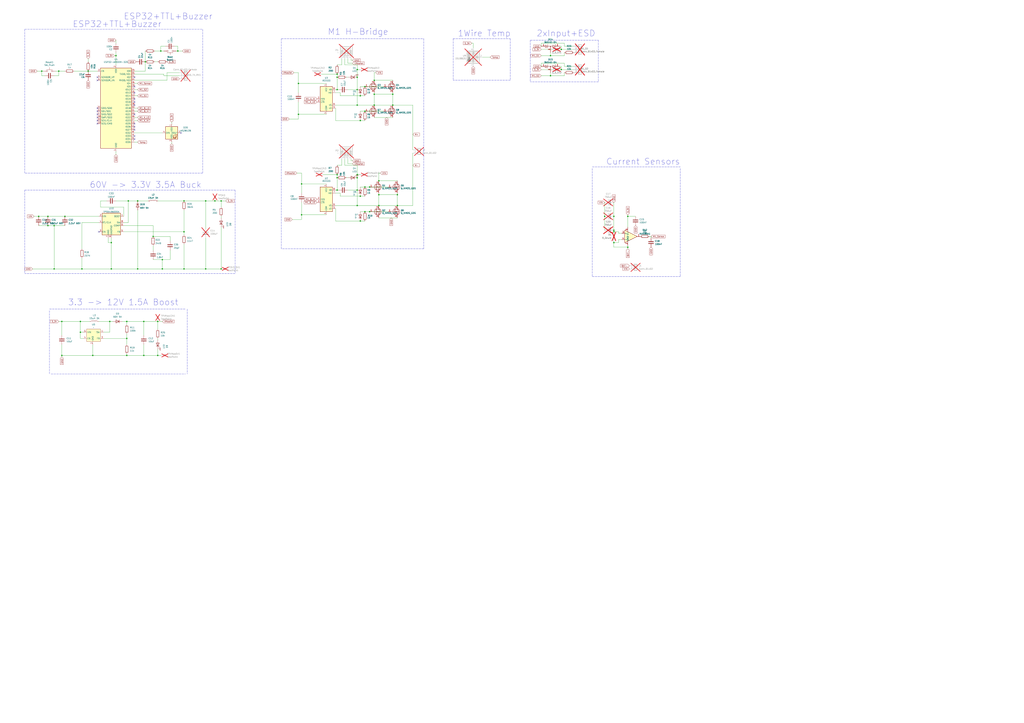
<source format=kicad_sch>
(kicad_sch (version 20231120) (generator "eeschema") (generator_version "8.0")
  (paper "A1")
  (junction (at 34.29 58.42))
  (junction (at 66.04 273.05))
  (junction (at 326.39 168.91))
  (junction (at 76.2 292.1))
  (junction (at 299.72 173.99))
  (junction (at 461.01 40.64))
  (junction (at 90.17 264.16))
  (junction (at 504.19 190.5))
  (junction (at 299.72 71.12))
  (junction (at 119.38 50.8))
  (junction (at 299.72 153.67))
  (junction (at 146.05 41.91))
  (junction (at 39.37 177.8))
  (junction (at 48.26 58.42))
  (junction (at 293.37 156.21))
  (junction (at 311.15 160.02))
  (junction (at 44.45 220.98))
  (junction (at 515.62 177.8))
  (junction (at 293.37 143.51))
  (junction (at 295.91 181.61))
  (junction (at 125.73 194.31))
  (junction (at 133.35 220.98))
  (junction (at 504.19 189.23))
  (junction (at 293.37 146.05))
  (junction (at 132.08 41.91))
  (junction (at 303.53 153.67))
  (junction (at 295.91 161.29))
  (junction (at 452.12 45.72))
  (junction (at 293.37 57.15))
  (junction (at 31.75 177.8))
  (junction (at 66.04 264.16))
  (junction (at 307.34 86.36))
  (junction (at 247.65 176.53))
  (junction (at 72.39 58.42))
  (junction (at 91.44 220.98))
  (junction (at 247.65 151.13))
  (junction (at 151.13 220.98))
  (junction (at 67.31 220.98))
  (junction (at 118.11 292.1))
  (junction (at 50.8 292.1))
  (junction (at 504.19 177.8))
  (junction (at 311.15 168.91))
  (junction (at 245.11 68.58))
  (junction (at 104.14 264.16))
  (junction (at 276.86 63.5))
  (junction (at 176.53 165.1))
  (junction (at 293.37 168.91))
  (junction (at 504.19 199.39))
  (junction (at 129.54 264.16))
  (junction (at 295.91 78.74))
  (junction (at 295.91 99.06))
  (junction (at 53.34 177.8))
  (junction (at 461.01 57.15))
  (junction (at 515.62 203.2))
  (junction (at 95.25 45.72))
  (junction (at 129.54 292.1))
  (junction (at 44.45 185.42))
  (junction (at 293.37 73.66))
  (junction (at 113.03 165.1))
  (junction (at 326.39 160.02))
  (junction (at 168.91 165.1))
  (junction (at 39.37 185.42))
  (junction (at 311.15 148.59))
  (junction (at 322.58 86.36))
  (junction (at 104.14 278.13))
  (junction (at 303.53 173.99))
  (junction (at 276.86 156.21))
  (junction (at 113.03 220.98))
  (junction (at 276.86 143.51))
  (junction (at 50.8 264.16))
  (junction (at 133.35 213.36))
  (junction (at 105.41 165.1))
  (junction (at 151.13 165.1))
  (junction (at 496.57 177.8))
  (junction (at 151.13 190.5))
  (junction (at 245.11 93.98))
  (junction (at 276.86 60.96))
  (junction (at 91.44 199.39))
  (junction (at 293.37 63.5))
  (junction (at 118.11 264.16))
  (junction (at 299.72 91.44))
  (junction (at 276.86 73.66))
  (junction (at 181.61 220.98))
  (junction (at 307.34 66.04))
  (junction (at 168.91 220.98))
  (junction (at 293.37 86.36))
  (junction (at 452.12 62.23))
  (junction (at 322.58 77.47))
  (junction (at 276.86 146.05))
  (junction (at 307.34 77.47))
  (junction (at 181.61 165.1))
  (junction (at 104.14 292.1))
  (no_connect (at 110.49 111.76))
  (no_connect (at 80.01 63.5))
  (no_connect (at 80.01 66.04))
  (no_connect (at 110.49 104.14))
  (no_connect (at 110.49 76.2))
  (no_connect (at 110.49 93.98))
  (no_connect (at 110.49 86.36))
  (no_connect (at 80.01 96.52))
  (no_connect (at 80.01 99.06))
  (no_connect (at 110.49 81.28))
  (no_connect (at 80.01 101.6))
  (no_connect (at 110.49 63.5))
  (no_connect (at 110.49 106.68))
  (no_connect (at 80.01 91.44))
  (no_connect (at 80.01 93.98))
  (no_connect (at 110.49 83.82))
  (no_connect (at 110.49 114.3))
  (no_connect (at 110.49 71.12))
  (no_connect (at 80.01 88.9))
  (no_connect (at 81.28 190.5))
  (no_connect (at 148.59 109.22))
  (no_connect (at 110.49 101.6))
  (wire (pts (xy 504.19 198.12) (xy 504.19 199.39)))
  (wire (pts (xy 181.61 165.1) (xy 181.61 170.18)))
  (wire (pts (xy 30.48 58.42) (xy 34.29 58.42)))
  (wire (pts (xy 67.31 212.09) (xy 67.31 220.98)))
  (wire (pts (xy 307.34 77.47) (xy 307.34 76.2)))
  (wire (pts (xy 88.9 195.58) (xy 88.9 199.39)))
  (polyline (pts (xy 166.37 142.24) (xy 20.32 142.24)) (stroke (width 0) (type dash)))
  (polyline (pts (xy 41.91 307.34) (xy 152.4 307.34)) (stroke (width 0) (type dash)))
  (polyline (pts (xy 153.67 254) (xy 153.67 307.34)) (stroke (width 0) (type dash)))
  (wire (pts (xy 293.37 73.66) (xy 293.37 86.36)))
  (wire (pts (xy 515.62 201.93) (xy 515.62 203.2)))
  (wire (pts (xy 275.59 99.06) (xy 275.59 88.9)))
  (wire (pts (xy 82.55 170.18) (xy 82.55 165.1)))
  (wire (pts (xy 151.13 220.98) (xy 168.91 220.98)))
  (wire (pts (xy 307.34 86.36) (xy 307.34 77.47)))
  (wire (pts (xy 461.01 54.61) (xy 461.01 57.15)))
  (wire (pts (xy 26.67 220.98) (xy 44.45 220.98)))
  (wire (pts (xy 95.25 45.72) (xy 95.25 53.34)))
  (wire (pts (xy 104.14 278.13) (xy 104.14 283.21)))
  (wire (pts (xy 118.11 283.21) (xy 118.11 292.1)))
  (wire (pts (xy 504.19 203.2) (xy 515.62 203.2)))
  (wire (pts (xy 66.04 264.16) (xy 73.66 264.16)))
  (wire (pts (xy 275.59 99.06) (xy 295.91 99.06)))
  (wire (pts (xy 147.32 59.69) (xy 137.16 59.69)))
  (wire (pts (xy 279.4 161.29) (xy 295.91 161.29)))
  (wire (pts (xy 293.37 57.15) (xy 293.37 63.5)))
  (polyline (pts (xy 491.49 33.02) (xy 491.49 67.31)) (stroke (width 0) (type dash)))
  (wire (pts (xy 36.83 62.23) (xy 34.29 62.23)))
  (wire (pts (xy 322.58 96.52) (xy 307.34 96.52)))
  (wire (pts (xy 339.09 168.91) (xy 339.09 125.73)))
  (wire (pts (xy 76.2 283.21) (xy 76.2 292.1)))
  (wire (pts (xy 237.49 97.79) (xy 245.11 97.79)))
  (wire (pts (xy 463.55 35.56) (xy 463.55 38.1)))
  (wire (pts (xy 326.39 168.91) (xy 339.09 168.91)))
  (wire (pts (xy 85.09 278.13) (xy 104.14 278.13)))
  (wire (pts (xy 387.35 35.56) (xy 388.62 35.56)))
  (wire (pts (xy 452.12 45.72) (xy 452.12 43.18)))
  (wire (pts (xy 276.86 135.89) (xy 280.67 135.89)))
  (wire (pts (xy 125.73 194.31) (xy 139.7 194.31)))
  (wire (pts (xy 95.25 127) (xy 95.25 124.46)))
  (wire (pts (xy 293.37 57.15) (xy 295.91 57.15)))
  (polyline (pts (xy 486.41 137.16) (xy 558.8 137.16)) (stroke (width 0) (type dash)))
  (wire (pts (xy 101.6 170.18) (xy 82.55 170.18)))
  (wire (pts (xy 293.37 143.51) (xy 293.37 146.05)))
  (wire (pts (xy 293.37 156.21) (xy 293.37 168.91)))
  (wire (pts (xy 299.72 173.99) (xy 295.91 173.99)))
  (wire (pts (xy 168.91 195.58) (xy 168.91 220.98)))
  (wire (pts (xy 276.86 53.34) (xy 280.67 53.34)))
  (wire (pts (xy 279.4 78.74) (xy 295.91 78.74)))
  (wire (pts (xy 82.55 165.1) (xy 87.63 165.1)))
  (wire (pts (xy 72.39 50.8) (xy 72.39 48.26)))
  (polyline (pts (xy 20.32 156.21) (xy 20.32 224.79)) (stroke (width 0) (type dash)))
  (wire (pts (xy 135.89 38.1) (xy 132.08 38.1)))
  (wire (pts (xy 285.75 48.26) (xy 285.75 52.07)))
  (wire (pts (xy 133.35 220.98) (xy 151.13 220.98)))
  (wire (pts (xy 303.53 153.67) (xy 299.72 153.67)))
  (wire (pts (xy 104.14 274.32) (xy 104.14 278.13)))
  (wire (pts (xy 125.73 201.93) (xy 125.73 205.74)))
  (wire (pts (xy 127 50.8) (xy 129.54 50.8)))
  (wire (pts (xy 275.59 168.91) (xy 293.37 168.91)))
  (wire (pts (xy 276.86 146.05) (xy 276.86 156.21)))
  (wire (pts (xy 276.86 60.96) (xy 276.86 63.5)))
  (polyline (pts (xy 193.04 224.79) (xy 20.32 224.79)) (stroke (width 0) (type dash)))
  (wire (pts (xy 283.21 130.81) (xy 283.21 135.89)))
  (wire (pts (xy 110.49 91.44) (xy 113.03 91.44)))
  (wire (pts (xy 110.49 66.04) (xy 137.16 66.04)))
  (wire (pts (xy 293.37 143.51) (xy 295.91 143.51)))
  (wire (pts (xy 504.19 166.37) (xy 504.19 177.8)))
  (polyline (pts (xy 419.1 31.75) (xy 419.1 66.04)) (stroke (width 0) (type dash)))
  (wire (pts (xy 293.37 146.05) (xy 293.37 156.21)))
  (wire (pts (xy 168.91 220.98) (xy 181.61 220.98)))
  (wire (pts (xy 452.12 62.23) (xy 452.12 59.69)))
  (wire (pts (xy 110.49 58.42) (xy 119.38 58.42)))
  (wire (pts (xy 39.37 177.8) (xy 53.34 177.8)))
  (wire (pts (xy 307.34 66.04) (xy 307.34 59.69)))
  (wire (pts (xy 275.59 181.61) (xy 275.59 171.45)))
  (wire (pts (xy 245.11 97.79) (xy 245.11 93.98)))
  (wire (pts (xy 60.96 58.42) (xy 72.39 58.42)))
  (wire (pts (xy 48.26 62.23) (xy 48.26 58.42)))
  (wire (pts (xy 81.28 264.16) (xy 90.17 264.16)))
  (wire (pts (xy 129.54 278.13) (xy 129.54 279.4)))
  (wire (pts (xy 280.67 53.34) (xy 280.67 48.26)))
  (wire (pts (xy 50.8 264.16) (xy 66.04 264.16)))
  (wire (pts (xy 168.91 187.96) (xy 168.91 165.1)))
  (polyline (pts (xy 435.61 33.02) (xy 491.49 33.02)) (stroke (width 0) (type dash)))
  (wire (pts (xy 515.62 176.53) (xy 515.62 177.8)))
  (wire (pts (xy 143.51 38.1) (xy 146.05 38.1)))
  (polyline (pts (xy 20.32 24.13) (xy 166.37 24.13)) (stroke (width 0) (type dash)))
  (wire (pts (xy 146.05 38.1) (xy 146.05 41.91)))
  (wire (pts (xy 444.5 52.07) (xy 463.55 52.07)))
  (wire (pts (xy 50.8 264.16) (xy 50.8 275.59)))
  (polyline (pts (xy 435.61 33.02) (xy 435.61 67.31)) (stroke (width 0) (type dash)))
  (wire (pts (xy 285.75 73.66) (xy 293.37 73.66)))
  (polyline (pts (xy 486.41 227.33) (xy 558.8 227.33)) (stroke (width 0) (type dash)))
  (wire (pts (xy 276.86 73.66) (xy 278.13 73.66)))
  (wire (pts (xy 295.91 181.61) (xy 299.72 181.61)))
  (polyline (pts (xy 40.64 254) (xy 152.4 254)) (stroke (width 0) (type dash)))
  (wire (pts (xy 463.55 38.1) (xy 471.17 38.1)))
  (wire (pts (xy 90.17 273.05) (xy 90.17 264.16)))
  (wire (pts (xy 295.91 99.06) (xy 299.72 99.06)))
  (wire (pts (xy 101.6 190.5) (xy 151.13 190.5)))
  (polyline (pts (xy 491.49 67.31) (xy 435.61 67.31)) (stroke (width 0) (type dash)))
  (polyline (pts (xy 486.41 138.43) (xy 486.41 227.33)) (stroke (width 0) (type dash)))
  (wire (pts (xy 284.48 146.05) (xy 285.75 146.05)))
  (wire (pts (xy 91.44 195.58) (xy 91.44 199.39)))
  (wire (pts (xy 34.29 58.42) (xy 35.56 58.42)))
  (wire (pts (xy 534.67 194.31) (xy 534.67 195.58)))
  (wire (pts (xy 95.25 165.1) (xy 105.41 165.1)))
  (wire (pts (xy 91.44 220.98) (xy 113.03 220.98)))
  (wire (pts (xy 299.72 161.29) (xy 295.91 161.29)))
  (wire (pts (xy 66.04 278.13) (xy 66.04 273.05)))
  (wire (pts (xy 110.49 60.96) (xy 134.62 60.96)))
  (wire (pts (xy 247.65 180.34) (xy 247.65 176.53)))
  (wire (pts (xy 504.19 199.39) (xy 504.19 203.2)))
  (wire (pts (xy 113.03 172.72) (xy 113.03 220.98)))
  (polyline (pts (xy 372.11 31.75) (xy 419.1 31.75)) (stroke (width 0) (type dash)))
  (wire (pts (xy 68.58 278.13) (xy 66.04 278.13)))
  (polyline (pts (xy 193.04 156.21) (xy 193.04 224.79)) (stroke (width 0) (type dash)))
  (wire (pts (xy 67.31 220.98) (xy 91.44 220.98)))
  (wire (pts (xy 44.45 185.42) (xy 53.34 185.42)))
  (wire (pts (xy 66.04 273.05) (xy 68.58 273.05)))
  (wire (pts (xy 139.7 194.31) (xy 139.7 198.12)))
  (wire (pts (xy 50.8 292.1) (xy 76.2 292.1)))
  (wire (pts (xy 245.11 59.69) (xy 245.11 68.58)))
  (wire (pts (xy 110.49 109.22) (xy 133.35 109.22)))
  (wire (pts (xy 322.58 66.04) (xy 307.34 66.04)))
  (wire (pts (xy 515.62 177.8) (xy 521.97 177.8)))
  (wire (pts (xy 283.21 48.26) (xy 283.21 53.34)))
  (wire (pts (xy 140.97 116.84) (xy 140.97 118.11)))
  (wire (pts (xy 461.01 57.15) (xy 471.17 57.15)))
  (wire (pts (xy 133.35 213.36) (xy 133.35 220.98)))
  (wire (pts (xy 508 196.85) (xy 508 199.39)))
  (wire (pts (xy 95.25 33.02) (xy 95.25 35.56)))
  (wire (pts (xy 396.24 46.99) (xy 402.59 46.99)))
  (wire (pts (xy 307.34 59.69) (xy 308.61 59.69)))
  (polyline (pts (xy 20.32 24.13) (xy 20.32 142.24)) (stroke (width 0) (type dash)))
  (wire (pts (xy 299.72 91.44) (xy 295.91 91.44)))
  (wire (pts (xy 288.29 130.81) (xy 288.29 132.08)))
  (wire (pts (xy 444.5 38.1) (xy 444.5 35.56)))
  (wire (pts (xy 293.37 63.5) (xy 293.37 73.66)))
  (wire (pts (xy 139.7 213.36) (xy 139.7 205.74)))
  (wire (pts (xy 326.39 179.07) (xy 311.15 179.07)))
  (wire (pts (xy 105.41 182.88) (xy 105.41 165.1)))
  (wire (pts (xy 146.05 41.91) (xy 144.78 41.91)))
  (wire (pts (xy 129.54 264.16) (xy 129.54 270.51)))
  (wire (pts (xy 247.65 151.13) (xy 247.65 158.75)))
  (wire (pts (xy 125.73 213.36) (xy 133.35 213.36)))
  (wire (pts (xy 151.13 172.72) (xy 151.13 190.5)))
  (wire (pts (xy 311.15 148.59) (xy 311.15 142.24)))
  (wire (pts (xy 459.74 38.1) (xy 461.01 38.1)))
  (wire (pts (xy 129.54 292.1) (xy 132.08 292.1)))
  (wire (pts (xy 318.77 153.67) (xy 303.53 153.67)))
  (wire (pts (xy 119.38 41.91) (xy 119.38 50.8)))
  (wire (pts (xy 129.54 292.1) (xy 129.54 287.02)))
  (wire (pts (xy 245.11 68.58) (xy 245.11 76.2)))
  (wire (pts (xy 508 190.5) (xy 504.19 190.5)))
  (wire (pts (xy 280.67 135.89) (xy 280.67 130.81)))
  (wire (pts (xy 50.8 283.21) (xy 50.8 292.1)))
  (wire (pts (xy 463.55 45.72) (xy 463.55 43.18)))
  (wire (pts (xy 134.62 62.23) (xy 134.62 60.96)))
  (wire (pts (xy 132.08 41.91) (xy 127 41.91)))
  (wire (pts (xy 299.72 78.74) (xy 295.91 78.74)))
  (wire (pts (xy 247.65 176.53) (xy 267.97 176.53)))
  (wire (pts (xy 285.75 156.21) (xy 293.37 156.21)))
  (wire (pts (xy 27.94 177.8) (xy 31.75 177.8)))
  (wire (pts (xy 247.65 142.24) (xy 247.65 151.13)))
  (wire (pts (xy 134.62 41.91) (xy 132.08 41.91)))
  (wire (pts (xy 91.44 199.39) (xy 91.44 220.98)))
  (wire (pts (xy 322.58 86.36) (xy 339.09 86.36)))
  (wire (pts (xy 151.13 200.66) (xy 151.13 220.98)))
  (wire (pts (xy 339.09 123.19) (xy 339.09 86.36)))
  (wire (pts (xy 496.57 166.37) (xy 496.57 177.8)))
  (wire (pts (xy 275.59 86.36) (xy 293.37 86.36)))
  (polyline (pts (xy 347.98 204.47) (xy 231.14 204.47)) (stroke (width 0) (type dash)))
  (wire (pts (xy 48.26 58.42) (xy 53.34 58.42)))
  (wire (pts (xy 515.62 177.8) (xy 515.62 186.69)))
  (wire (pts (xy 276.86 143.51) (xy 276.86 146.05)))
  (wire (pts (xy 444.5 62.23) (xy 452.12 62.23)))
  (wire (pts (xy 293.37 86.36) (xy 307.34 86.36)))
  (wire (pts (xy 275.59 76.2) (xy 279.4 76.2)))
  (wire (pts (xy 110.49 99.06) (xy 113.03 99.06)))
  (wire (pts (xy 66.04 264.16) (xy 66.04 273.05)))
  (wire (pts (xy 113.03 220.98) (xy 133.35 220.98)))
  (wire (pts (xy 105.41 165.1) (xy 113.03 165.1)))
  (wire (pts (xy 31.75 177.8) (xy 39.37 177.8)))
  (wire (pts (xy 299.72 91.44) (xy 314.96 91.44)))
  (wire (pts (xy 444.5 35.56) (xy 463.55 35.56)))
  (wire (pts (xy 533.4 194.31) (xy 534.67 194.31)))
  (wire (pts (xy 311.15 142.24) (xy 312.42 142.24)))
  (wire (pts (xy 463.55 52.07) (xy 463.55 54.61)))
  (wire (pts (xy 100.33 264.16) (xy 104.14 264.16)))
  (wire (pts (xy 181.61 177.8) (xy 181.61 179.07)))
  (wire (pts (xy 326.39 148.59) (xy 311.15 148.59)))
  (wire (pts (xy 118.11 264.16) (xy 118.11 275.59)))
  (wire (pts (xy 463.55 62.23) (xy 452.12 62.23)))
  (wire (pts (xy 496.57 177.8) (xy 496.57 189.23)))
  (wire (pts (xy 95.25 43.18) (xy 95.25 45.72)))
  (wire (pts (xy 147.32 62.23) (xy 134.62 62.23)))
  (wire (pts (xy 279.4 158.75) (xy 279.4 161.29)))
  (wire (pts (xy 110.49 116.84) (xy 113.03 116.84)))
  (wire (pts (xy 88.9 199.39) (xy 91.44 199.39)))
  (wire (pts (xy 151.13 193.04) (xy 151.13 190.5)))
  (wire (pts (xy 311.15 168.91) (xy 311.15 160.02)))
  (wire (pts (xy 101.6 182.88) (xy 105.41 182.88)))
  (wire (pts (xy 276.86 156.21) (xy 278.13 156.21)))
  (wire (pts (xy 322.58 77.47) (xy 322.58 86.36)))
  (wire (pts (xy 275.59 158.75) (xy 279.4 158.75)))
  (wire (pts (xy 461.01 38.1) (xy 461.01 40.64)))
  (wire (pts (xy 39.37 185.42) (xy 44.45 185.42)))
  (wire (pts (xy 125.73 185.42) (xy 125.73 194.31)))
  (polyline (pts (xy 20.32 156.21) (xy 193.04 156.21)) (stroke (width 0) (type dash)))
  (wire (pts (xy 444.5 54.61) (xy 444.5 52.07)))
  (polyline (pts (xy 419.1 66.04) (xy 372.11 66.04)) (stroke (width 0) (type dash)))
  (wire (pts (xy 311.15 168.91) (xy 326.39 168.91)))
  (wire (pts (xy 34.29 62.23) (xy 34.29 58.42)))
  (wire (pts (xy 283.21 135.89) (xy 293.37 135.89)))
  (wire (pts (xy 76.2 292.1) (xy 104.14 292.1)))
  (wire (pts (xy 133.35 213.36) (xy 139.7 213.36)))
  (wire (pts (xy 267.97 68.58) (xy 245.11 68.58)))
  (wire (pts (xy 110.49 68.58) (xy 113.03 68.58)))
  (wire (pts (xy 181.61 165.1) (xy 185.42 165.1)))
  (polyline (pts (xy 347.98 31.75) (xy 347.98 204.47)) (stroke (width 0) (type dash)))
  (wire (pts (xy 265.43 143.51) (xy 276.86 143.51)))
  (wire (pts (xy 118.11 292.1) (xy 129.54 292.1)))
  (wire (pts (xy 508 191.77) (xy 510.54 191.77)))
  (wire (pts (xy 285.75 130.81) (xy 285.75 134.62)))
  (wire (pts (xy 137.16 59.69) (xy 137.16 66.04)))
  (wire (pts (xy 314.96 71.12) (xy 299.72 71.12)))
  (wire (pts (xy 90.17 264.16) (xy 92.71 264.16)))
  (wire (pts (xy 326.39 160.02) (xy 326.39 168.91)))
  (wire (pts (xy 508 199.39) (xy 504.19 199.39)))
  (wire (pts (xy 311.15 160.02) (xy 326.39 160.02)))
  (wire (pts (xy 293.37 168.91) (xy 311.15 168.91)))
  (wire (pts (xy 243.84 142.24) (xy 247.65 142.24)))
  (wire (pts (xy 110.49 73.66) (xy 113.03 73.66)))
  (wire (pts (xy 463.55 62.23) (xy 463.55 59.69)))
  (wire (pts (xy 44.45 220.98) (xy 67.31 220.98)))
  (wire (pts (xy 245.11 83.82) (xy 245.11 93.98)))
  (wire (pts (xy 444.5 57.15) (xy 453.39 57.15)))
  (wire (pts (xy 283.21 53.34) (xy 293.37 53.34)))
  (wire (pts (xy 307.34 86.36) (xy 322.58 86.36)))
  (wire (pts (xy 388.62 35.56) (xy 388.62 39.37)))
  (polyline (pts (xy 231.14 204.47) (xy 231.14 90.17)) (stroke (width 0) (type dash)))
  (wire (pts (xy 288.29 49.53) (xy 289.56 49.53)))
  (wire (pts (xy 45.72 58.42) (xy 48.26 58.42)))
  (wire (pts (xy 275.59 73.66) (xy 276.86 73.66)))
  (wire (pts (xy 459.74 54.61) (xy 461.01 54.61)))
  (wire (pts (xy 101.6 177.8) (xy 101.6 170.18)))
  (wire (pts (xy 247.65 166.37) (xy 247.65 176.53)))
  (wire (pts (xy 104.14 264.16) (xy 118.11 264.16)))
  (wire (pts (xy 279.4 76.2) (xy 279.4 78.74)))
  (wire (pts (xy 50.8 292.1) (xy 50.8 293.37)))
  (wire (pts (xy 276.86 63.5) (xy 276.86 73.66)))
  (wire (pts (xy 104.14 290.83) (xy 104.14 292.1)))
  (wire (pts (xy 241.3 59.69) (xy 245.11 59.69)))
  (wire (pts (xy 72.39 58.42) (xy 80.01 58.42)))
  (wire (pts (xy 303.53 173.99) (xy 318.77 173.99)))
  (wire (pts (xy 53.34 177.8) (xy 81.28 177.8)))
  (wire (pts (xy 307.34 77.47) (xy 322.58 77.47)))
  (wire (pts (xy 463.55 45.72) (xy 452.12 45.72)))
  (wire (pts (xy 504.19 189.23) (xy 504.19 190.5)))
  (wire (pts (xy 81.28 182.88) (xy 67.31 182.88)))
  (wire (pts (xy 110.49 78.74) (xy 113.03 78.74)))
  (wire (pts (xy 326.39 160.02) (xy 326.39 158.75)))
  (wire (pts (xy 85.09 273.05) (xy 90.17 273.05)))
  (wire (pts (xy 140.97 100.33) (xy 140.97 101.6)))
  (wire (pts (xy 113.03 165.1) (xy 121.92 165.1)))
  (wire (pts (xy 110.49 88.9) (xy 113.03 88.9)))
  (wire (pts (xy 299.72 153.67) (xy 295.91 153.67)))
  (wire (pts (xy 132.08 38.1) (xy 132.08 41.91)))
  (wire (pts (xy 288.29 48.26) (xy 288.29 49.53)))
  (wire (pts (xy 44.45 62.23) (xy 48.26 62.23)))
  (wire (pts (xy 181.61 186.69) (xy 181.61 220.98)))
  (wire (pts (xy 504.19 177.8) (xy 504.19 189.23)))
  (polyline (pts (xy 166.37 24.13) (xy 166.37 142.24)) (stroke (width 0) (type dash)))
  (wire (pts (xy 95.25 45.72) (xy 93.98 45.72)))
  (wire (pts (xy 245.11 93.98) (xy 267.97 93.98)))
  (wire (pts (xy 151.13 165.1) (xy 168.91 165.1)))
  (wire (pts (xy 129.54 165.1) (xy 151.13 165.1)))
  (wire (pts (xy 444.5 45.72) (xy 452.12 45.72)))
  (wire (pts (xy 119.38 50.8) (xy 119.38 58.42)))
  (wire (pts (xy 67.31 182.88) (xy 67.31 204.47)))
  (wire (pts (xy 275.59 181.61) (xy 295.91 181.61)))
  (polyline (pts (xy 231.14 31.75) (xy 347.98 31.75)) (stroke (width 0) (type dash)))
  (wire (pts (xy 285.75 134.62) (xy 289.56 134.62)))
  (wire (pts (xy 149.86 41.91) (xy 146.05 41.91)))
  (wire (pts (xy 247.65 151.13) (xy 267.97 151.13)))
  (wire (pts (xy 444.5 40.64) (xy 453.39 40.64)))
  (wire (pts (xy 293.37 53.34) (xy 293.37 57.15)))
  (wire (pts (xy 288.29 132.08) (xy 289.56 132.08)))
  (polyline (pts (xy 40.64 255.27) (xy 40.64 307.34)) (stroke (width 0) (type dash)))
  (wire (pts (xy 461.01 40.64) (xy 471.17 40.64)))
  (wire (pts (xy 110.49 96.52) (xy 113.03 96.52)))
  (wire (pts (xy 31.75 185.42) (xy 39.37 185.42)))
  (wire (pts (xy 168.91 165.1) (xy 176.53 165.1)))
  (wire (pts (xy 118.11 264.16) (xy 129.54 264.16)))
  (wire (pts (xy 322.58 77.47) (xy 322.58 76.2)))
  (wire (pts (xy 515.62 203.2) (xy 515.62 204.47)))
  (wire (pts (xy 264.16 60.96) (xy 276.86 60.96)))
  (wire (pts (xy 285.75 52.07) (xy 289.56 52.07)))
  (wire (pts (xy 104.14 292.1) (xy 118.11 292.1)))
  (polyline (pts (xy 372.11 31.75) (xy 372.11 66.04)) (stroke (width 0) (type dash)))
  (polyline (pts (xy 558.8 138.43) (xy 558.8 227.33)) (stroke (width 0) (type dash)))
  (wire (pts (xy 176.53 165.1) (xy 181.61 165.1)))
  (wire (pts (xy 311.15 160.02) (xy 311.15 158.75)))
  (wire (pts (xy 275.59 156.21) (xy 276.86 156.21)))
  (wire (pts (xy 284.48 63.5) (xy 285.75 63.5)))
  (wire (pts (xy 299.72 71.12) (xy 295.91 71.12)))
  (wire (pts (xy 129.54 264.16) (xy 133.35 264.16)))
  (polyline (pts (xy 231.14 31.75) (xy 231.14 90.17)) (stroke (width 0) (type dash)))
  (wire (pts (xy 101.6 185.42) (xy 125.73 185.42)))
  (wire (pts (xy 240.03 180.34) (xy 247.65 180.34)))
  (wire (pts (xy 463.55 54.61) (xy 471.17 54.61)))
  (wire (pts (xy 44.45 185.42) (xy 44.45 220.98)))
  (wire (pts (xy 508 191.77) (xy 508 190.5)))
  (wire (pts (xy 48.26 264.16) (xy 50.8 264.16)))
  (wire (pts (xy 508 196.85) (xy 510.54 196.85)))
  (wire (pts (xy 293.37 135.89) (xy 293.37 143.51)))
  (wire (pts (xy 104.14 264.16) (xy 104.14 266.7)))
  (wire (pts (xy 303.53 173.99) (xy 299.72 173.99)))
  (text "Current Sensors" (at 497.84 135.89 0) (effects (font (size 5 5)) (justify left bottom)))
  (text "3.3 -> 12V 1.5A Boost" (at 55.88 251.46 0) (effects (font (size 5 5)) (justify left bottom)))
  (text "60V -> 3.3V 3.5A Buck" (at 73.66 154.94 0) (effects (font (size 5 5)) (justify left bottom)))
  (text "ESP32+TTL+Buzzer" (at 59.69 22.86 0) (effects (font (size 5 5)) (justify left bottom)))
  (text "ESP32+TTL+Buzzer" (at 101.6 16.51 0) (effects (font (size 5 5)) (justify left bottom)))
  (text "1Wire Temp" (at 375.92 30.48 0) (effects (font (size 5 5)) (justify left bottom)))
  (text "2xInput+ESD" (at 440.69 30.48 0) (effects (font (size 5 5)) (justify left bottom)))
  (text "M1 H-Bridge" (at 269.24 29.21 0) (effects (font (size 5 5)) (justify left bottom)))
  (global_label "M1_A_LO" (shape input) (at 113.03 96.52 0) (property "Intersheetrefs" "${INTERSHEET_REFS}" (effects (hide yes))))
  (global_label "BAT-" (shape input) (at 515.62 204.47 270) (property "Intersheetrefs" "${INTERSHEET_REFS}" (effects (hide yes))))
  (global_label "M1_A_HI" (shape input) (at 113.03 99.06 0) (property "Intersheetrefs" "${INTERSHEET_REFS}" (effects (hide yes))))
  (global_label "3_3V" (shape input) (at 140.97 100.33 90) (property "Intersheetrefs" "${INTERSHEET_REFS}" (effects (hide yes))))
  (global_label "VIN" (shape input) (at 308.61 59.69 0) (property "Intersheetrefs" "${INTERSHEET_REFS}" (effects (hide yes))))
  (global_label "3_3V" (shape input) (at 444.5 57.15 180) (property "Intersheetrefs" "${INTERSHEET_REFS}" (effects (hide yes))))
  (global_label "M-" (shape input) (at 339.09 135.89 0) (property "Intersheetrefs" "${INTERSHEET_REFS}" (effects (hide yes))))
  (global_label "GND" (shape input) (at 72.39 66.04 270) (property "Intersheetrefs" "${INTERSHEET_REFS}" (effects (hide yes))))
  (global_label "M1_Sense" (shape input) (at 534.67 194.31 0) (property "Intersheetrefs" "${INTERSHEET_REFS}" (effects (hide yes))))
  (global_label "GND" (shape input) (at 534.67 203.2 270) (property "Intersheetrefs" "${INTERSHEET_REFS}" (effects (hide yes))))
  (global_label "M1_S2" (shape input) (at 444.5 62.23 180) (property "Intersheetrefs" "${INTERSHEET_REFS}" (effects (hide yes))))
  (global_label "GND" (shape input) (at 388.62 54.61 270) (property "Intersheetrefs" "${INTERSHEET_REFS}" (effects (hide yes))))
  (global_label "3_3V" (shape input) (at 93.98 45.72 180) (property "Intersheetrefs" "${INTERSHEET_REFS}" (effects (hide yes))))
  (global_label "GND" (shape input) (at 111.76 50.8 180) (property "Intersheetrefs" "${INTERSHEET_REFS}" (effects (hide yes))))
  (global_label "M+" (shape input) (at 339.09 110.49 0) (property "Intersheetrefs" "${INTERSHEET_REFS}" (effects (hide yes))))
  (global_label "3_3V" (shape input) (at 387.35 35.56 180) (property "Intersheetrefs" "${INTERSHEET_REFS}" (effects (hide yes))))
  (global_label "M1_Sense" (shape input) (at 113.03 68.58 0) (property "Intersheetrefs" "${INTERSHEET_REFS}" (effects (hide yes))))
  (global_label "GND" (shape input) (at 321.31 179.07 270) (property "Intersheetrefs" "${INTERSHEET_REFS}" (effects (hide yes))))
  (global_label "GND" (shape input) (at 30.48 58.42 180) (property "Intersheetrefs" "${INTERSHEET_REFS}" (effects (hide yes))))
  (global_label "GND" (shape input) (at 240.03 180.34 180) (property "Intersheetrefs" "${INTERSHEET_REFS}" (effects (hide yes))))
  (global_label "GND" (shape input) (at 26.67 220.98 180) (property "Intersheetrefs" "${INTERSHEET_REFS}" (effects (hide yes))))
  (global_label "3_3V" (shape input) (at 185.42 165.1 0) (property "Intersheetrefs" "${INTERSHEET_REFS}" (effects (hide yes))))
  (global_label "M1_A_HI" (shape input) (at 260.35 81.28 180) (property "Intersheetrefs" "${INTERSHEET_REFS}" (effects (hide yes))))
  (global_label "GND" (shape input) (at 50.8 293.37 270) (property "Intersheetrefs" "${INTERSHEET_REFS}" (effects (hide yes))))
  (global_label "GND" (shape input) (at 95.25 127 270) (property "Intersheetrefs" "${INTERSHEET_REFS}" (effects (hide yes))))
  (global_label "VIN" (shape input) (at 516.89 220.98 180) (property "Intersheetrefs" "${INTERSHEET_REFS}" (effects (hide yes))))
  (global_label "VMosfet" (shape input) (at 241.3 59.69 180) (property "Intersheetrefs" "${INTERSHEET_REFS}" (effects (hide yes))))
  (global_label "M1_S2" (shape input) (at 113.03 73.66 0) (property "Intersheetrefs" "${INTERSHEET_REFS}" (effects (hide yes))))
  (global_label "VMosfet" (shape input) (at 133.35 264.16 0) (property "Intersheetrefs" "${INTERSHEET_REFS}" (effects (hide yes))))
  (global_label "GND" (shape input) (at 504.19 166.37 90) (property "Intersheetrefs" "${INTERSHEET_REFS}" (effects (hide yes))))
  (global_label "GND" (shape input) (at 147.32 64.77 180) (property "Intersheetrefs" "${INTERSHEET_REFS}" (effects (hide yes))))
  (global_label "GND" (shape input) (at 149.86 41.91 0) (property "Intersheetrefs" "${INTERSHEET_REFS}" (effects (hide yes))))
  (global_label "GND" (shape input) (at 521.97 185.42 270) (property "Intersheetrefs" "${INTERSHEET_REFS}" (effects (hide yes))))
  (global_label "Temp" (shape input) (at 402.59 46.99 0) (property "Intersheetrefs" "${INTERSHEET_REFS}" (effects (hide yes))))
  (global_label "VMosfet" (shape input) (at 289.56 134.62 0) (property "Intersheetrefs" "${INTERSHEET_REFS}" (effects (hide yes))))
  (global_label "VIN" (shape input) (at 496.57 166.37 180) (property "Intersheetrefs" "${INTERSHEET_REFS}" (effects (hide yes))))
  (global_label "GND" (shape input) (at 237.49 97.79 180) (property "Intersheetrefs" "${INTERSHEET_REFS}" (effects (hide yes))))
  (global_label "M1_S1" (shape input) (at 113.03 78.74 0) (property "Intersheetrefs" "${INTERSHEET_REFS}" (effects (hide yes))))
  (global_label "3_3V" (shape input) (at 72.39 48.26 90) (property "Intersheetrefs" "${INTERSHEET_REFS}" (effects (hide yes))))
  (global_label "3_3V" (shape input) (at 48.26 264.16 180) (property "Intersheetrefs" "${INTERSHEET_REFS}" (effects (hide yes))))
  (global_label "GND" (shape input) (at 317.5 96.52 270) (property "Intersheetrefs" "${INTERSHEET_REFS}" (effects (hide yes))))
  (global_label "3_3V" (shape input) (at 515.62 176.53 90) (property "Intersheetrefs" "${INTERSHEET_REFS}" (effects (hide yes))))
  (global_label "GND" (shape input) (at 444.5 54.61 180) (property "Intersheetrefs" "${INTERSHEET_REFS}" (effects (hide yes))))
  (global_label "M1_B_HI" (shape input) (at 260.35 163.83 180) (property "Intersheetrefs" "${INTERSHEET_REFS}" (effects (hide yes))))
  (global_label "M1_A_LO" (shape input) (at 260.35 83.82 180) (property "Intersheetrefs" "${INTERSHEET_REFS}" (effects (hide yes))))
  (global_label "M1_B_LO" (shape input) (at 113.03 88.9 0) (property "Intersheetrefs" "${INTERSHEET_REFS}" (effects (hide yes))))
  (global_label "3_3V" (shape input) (at 444.5 40.64 180) (property "Intersheetrefs" "${INTERSHEET_REFS}" (effects (hide yes))))
  (global_label "VIN" (shape input) (at 312.42 142.24 0) (property "Intersheetrefs" "${INTERSHEET_REFS}" (effects (hide yes))))
  (global_label "VMosfet" (shape input) (at 243.84 142.24 180) (property "Intersheetrefs" "${INTERSHEET_REFS}" (effects (hide yes))))
  (global_label "GND" (shape input) (at 140.97 118.11 270) (property "Intersheetrefs" "${INTERSHEET_REFS}" (effects (hide yes))))
  (global_label "VMosfet" (shape input) (at 289.56 52.07 0) (property "Intersheetrefs" "${INTERSHEET_REFS}" (effects (hide yes))))
  (global_label "GND" (shape input) (at 95.25 33.02 180) (property "Intersheetrefs" "${INTERSHEET_REFS}" (effects (hide yes))))
  (global_label "GND" (shape input) (at 444.5 38.1 180) (property "Intersheetrefs" "${INTERSHEET_REFS}" (effects (hide yes))))
  (global_label "M1_B_HI" (shape input) (at 113.03 91.44 0) (property "Intersheetrefs" "${INTERSHEET_REFS}" (effects (hide yes))))
  (global_label "GND" (shape input) (at 289.56 132.08 0) (property "Intersheetrefs" "${INTERSHEET_REFS}" (effects (hide yes))))
  (global_label "GND" (shape input) (at 289.56 49.53 0) (property "Intersheetrefs" "${INTERSHEET_REFS}" (effects (hide yes))))
  (global_label "Temp" (shape input) (at 113.03 116.84 0) (property "Intersheetrefs" "${INTERSHEET_REFS}" (effects (hide yes))))
  (global_label "VIN" (shape input) (at 27.94 177.8 180) (property "Intersheetrefs" "${INTERSHEET_REFS}" (effects (hide yes))))
  (global_label "BAT-" (shape input) (at 516.89 218.44 180) (property "Intersheetrefs" "${INTERSHEET_REFS}" (effects (hide yes))))
  (global_label "M1_B_LO" (shape input) (at 260.35 166.37 180) (property "Intersheetrefs" "${INTERSHEET_REFS}" (effects (hide yes))))
  (global_label "3_3V" (shape input) (at 137.16 50.8 0) (property "Intersheetrefs" "${INTERSHEET_REFS}" (effects (hide yes))))
  (global_label "M1_S1" (shape input) (at 444.5 45.72 180) (property "Intersheetrefs" "${INTERSHEET_REFS}" (effects (hide yes))))
  (symbol (lib_id "Device:C") (at 95.25 39.37 0) (unit 1)
    (property "Reference" "C2" (at 92.329 40.5384 0) (effects (justify right)))
    (property "Value" "100n" (at 92.329 38.227 0) (effects (justify right)))
    (property "Footprint" "PCM_Capacitor_SMD_AKL:C_0603_1608Metric" (effects (hide yes)))
    (property "LCSC" "C14663" (effects (hide yes)))
  )
  (symbol (lib_id "RF_Module:ESP32-WROOM-32D") (at 95.25 88.9 0) (unit 1)
    (property "Reference" "U4" (at 95.25 48.7426 0))
    (property "Value" "ESP32-WROOM-32D" (at 95.25 51.054 0))
    (property "Footprint" "esp_no_wifi:ESP32-WROOM-32_no_wifi" (effects (hide yes)))
    (property "Datasheet" "https://www.espressif.com/sites/default/files/documentation/esp32-wroom-32d_esp32-wroom-32u_datasheet_en.pdf" (effects (hide yes)))
    (property "Description" "RF Module, ESP32-D0WD SoC, Wi-Fi 802.11b/g/n, Bluetooth, BLE, 32-bit, 2.7-3.6V, onboard antenna, SMD" (effects (hide yes)))
    (property "LCSC" "C529578" (effects (hide yes)))
  )
  (symbol (lib_id "Switch:SW_Push") (at 40.64 58.42 0) (unit 1)
    (property "Reference" "Reset1" (at 40.64 51.181 0))
    (property "Value" "SW_Push" (at 40.64 53.4924 0))
    (property "Footprint" "Button_Switch_SMD:SW_SPST_CK_RS282G05A3" (effects (hide yes)))
    (property "LCSC" "C72443" (effects (hide yes)))
  )
  (symbol (lib_id "Device:R") (at 57.15 58.42 270) (unit 1)
    (property "Reference" "R17" (at 57.15 53.1622 90))
    (property "Value" "1k" (at 57.15 55.4736 90))
    (property "Footprint" "Resistor_SMD:R_0603_1608Metric" (effects (hide yes)))
    (property "LCSC" "C21190" (effects (hide yes)))
  )
  (symbol (lib_id "Device:C") (at 40.64 62.23 90) (unit 1)
    (property "Reference" "C5" (at 41.8084 65.151 0) (effects (justify right)))
    (property "Value" "100n" (at 39.497 65.151 0) (effects (justify right)))
    (property "Footprint" "PCM_Capacitor_SMD_AKL:C_0603_1608Metric" (effects (hide yes)))
    (property "LCSC" "C14663" (effects (hide yes)))
  )
  (symbol (lib_id "Device:C") (at 72.39 62.23 180) (unit 1)
    (property "Reference" "C6" (at 69.469 63.3984 0) (effects (justify left)))
    (property "Value" "22uf" (at 69.469 61.087 0) (effects (justify left)))
    (property "Footprint" "PCM_Capacitor_SMD_Handsoldering_AKL:C_0805_2012Metric" (effects (hide yes)))
    (property "LCSC" "C5674" (effects (hide yes)))
  )
  (symbol (lib_id "Connector_Generic:Conn_01x03") (at 152.4 62.23 0) (mirror x) (unit 1) (dnp yes)
    (property "Reference" "GND_TX_RX1" (at 153.1112 61.6204 0) (effects (justify left)))
    (property "Value" "Conn_01x03_Female" (at 142.24 57.15 0) (effects (justify left)))
    (property "Footprint" "Connector_PinHeader_2.54mm:PinHeader_1x03_P2.54mm_Vertical" (effects (hide yes)))
    (property "Description" "Generic connector, single row, 01x03, script generated (kicad-library-utils/schlib/autogen/connector/)" (effects (hide yes)))
    (property "LCSC" "no" (effects (hide yes)))
  )
  (symbol (lib_id "Device:R") (at 72.39 54.61 180) (unit 1)
    (property "Reference" "R16" (at 77.6478 54.61 90))
    (property "Value" "10k" (at 75.3364 54.61 90))
    (property "Footprint" "Resistor_SMD:R_0603_1608Metric" (effects (hide yes)))
    (property "LCSC" "C25804" (effects (hide yes)))
  )
  (symbol (lib_id "Switch:SW_Push") (at 139.7 41.91 180) (unit 1)
    (property "Reference" "Boot1" (at 139.7 49.149 0))
    (property "Value" "Boot" (at 139.7 46.8376 0))
    (property "Footprint" "Button_Switch_SMD:SW_SPST_CK_RS282G05A3" (effects (hide yes)))
    (property "LCSC" "C72443" (effects (hide yes)))
  )
  (symbol (lib_id "Device:R") (at 123.19 41.91 90) (unit 1)
    (property "Reference" "R13" (at 123.19 47.1678 90))
    (property "Value" "1k" (at 123.19 44.8564 90))
    (property "Footprint" "Resistor_SMD:R_0603_1608Metric" (effects (hide yes)))
    (property "LCSC" "C21190" (effects (hide yes)))
  )
  (symbol (lib_id "Device:C") (at 139.7 38.1 270) (unit 1)
    (property "Reference" "C1" (at 138.5316 35.179 0) (effects (justify right)))
    (property "Value" "100n" (at 140.843 35.179 0) (effects (justify right)))
    (property "Footprint" "PCM_Capacitor_SMD_AKL:C_0603_1608Metric" (effects (hide yes)))
    (property "LCSC" "C14663" (effects (hide yes)))
  )
  (symbol (lib_id "Device:C") (at 115.57 50.8 90) (unit 1)
    (property "Reference" "C4" (at 114.4016 47.879 0) (effects (justify left)))
    (property "Value" "22uf" (at 116.713 47.879 0) (effects (justify left)))
    (property "Footprint" "PCM_Capacitor_SMD_Handsoldering_AKL:C_0805_2012Metric" (effects (hide yes)))
    (property "LCSC" "C5674" (effects (hide yes)))
  )
  (symbol (lib_id "Device:R") (at 123.19 50.8 90) (unit 1)
    (property "Reference" "R14" (at 123.19 56.0578 90))
    (property "Value" "1k" (at 123.19 53.7464 90))
    (property "Footprint" "Resistor_SMD:R_0603_1608Metric" (effects (hide yes)))
    (property "LCSC" "C21190" (effects (hide yes)))
  )
  (symbol (lib_id "Device:R") (at 133.35 50.8 90) (unit 1)
    (property "Reference" "R15" (at 133.35 56.0578 90))
    (property "Value" "1k" (at 133.35 53.7464 90))
    (property "Footprint" "Resistor_SMD:R_0603_1608Metric" (effects (hide yes)))
    (property "LCSC" "C21190" (effects (hide yes)))
  )
  (symbol (lib_id "Connector_Generic:Conn_01x03") (at 476.25 40.64 0) (unit 1) (dnp yes)
    (property "Reference" "M1_S1" (at 476.9612 39.9796 0) (effects (justify left)))
    (property "Value" "Conn_01x03_Female" (at 476.9612 42.291 0) (effects (justify left)))
    (property "Footprint" "Connector_PinHeader_2.54mm:PinHeader_1x03_P2.54mm_Vertical" (effects (hide yes)))
    (property "Description" "Generic connector, single row, 01x03, script generated (kicad-library-utils/schlib/autogen/connector/)" (effects (hide yes)))
    (property "LCSC" "no" (effects (hide yes)))
  )
  (symbol (lib_id "Diode:BAS40-04") (at 452.12 40.64 0) (unit 1)
    (property "Reference" "D14" (at 452.12 32.385 0))
    (property "Value" "BAS40-04" (at 452.12 34.6964 0))
    (property "Footprint" "Package_TO_SOT_SMD:SOT-23" (effects (hide yes)))
    (property "Datasheet" "http://www.vishay.com/docs/85701/bas40v.pdf" (effects (hide yes)))
    (property "LCSC" "C397601" (effects (hide yes)))
  )
  (symbol (lib_id "Driver_FET:IR2103") (at 267.97 81.28 0) (unit 1)
    (property "Reference" "U3" (at 267.97 63.9826 0))
    (property "Value" "IR2103" (at 267.97 66.294 0))
    (property "Footprint" "Package_SO:SOP-8_3.9x4.9mm_P1.27mm" (effects (hide yes)))
    (property "Datasheet" "https://www.infineon.com/dgdl/ir2103.pdf?fileId=5546d462533600a4015355c7b54b166f" (effects (hide yes)))
    (property "LCSC" "C111908" (effects (hide yes)))
  )
  (symbol (lib_id "Device:C") (at 245.11 80.01 0) (unit 1)
    (property "Reference" "C10" (at 235.966 79.2226 0) (effects (justify left)))
    (property "Value" "100nF" (at 235.966 81.534 0) (effects (justify left)))
    (property "Footprint" "PCM_Capacitor_SMD_AKL:C_0603_1608Metric" (effects (hide yes)))
    (property "LCSC" "C14663" (effects (hide yes)))
  )
  (symbol (lib_id "Device:Q_NMOS_GDS") (at 304.8 71.12 0) (unit 1)
    (property "Reference" "Q3" (at 309.9816 69.9516 0) (effects (justify left)))
    (property "Value" "Q_NMOS_GDS" (at 309.9816 72.263 0) (effects (justify left)))
    (property "Footprint" "Package_TO_SOT_SMD:TO-252-2" (effects (hide yes)))
    (property "LCSC" "C110912" (effects (hide yes)))
  )
  (symbol (lib_id "Device:Q_NMOS_GDS") (at 304.8 91.44 0) (unit 1)
    (property "Reference" "Q7" (at 309.9816 90.2716 0) (effects (justify left)))
    (property "Value" "Q_NMOS_GDS" (at 309.9816 92.583 0) (effects (justify left)))
    (property "Footprint" "Package_TO_SOT_SMD:TO-252-2" (effects (hide yes)))
    (property "LCSC" "C110912" (effects (hide yes)))
  )
  (symbol (lib_id "Device:R") (at 299.72 74.93 180) (unit 1)
    (property "Reference" "R4" (at 301.498 73.7616 0) (effects (justify right)))
    (property "Value" "15" (at 301.498 76.073 0) (effects (justify right)))
    (property "Footprint" "Resistor_SMD:R_0603_1608Metric" (effects (hide yes)))
    (property "LCSC" "C22810" (effects (hide yes)))
  )
  (symbol (lib_id "Device:R") (at 299.72 95.25 180) (unit 1)
    (property "Reference" "R6" (at 301.498 94.0816 0) (effects (justify right)))
    (property "Value" "15" (at 301.498 96.393 0) (effects (justify right)))
    (property "Footprint" "Resistor_SMD:R_0603_1608Metric" (effects (hide yes)))
    (property "LCSC" "C22810" (effects (hide yes)))
  )
  (symbol (lib_id "Device:D") (at 295.91 74.93 90) (unit 1)
    (property "Reference" "D5" (at 289.814 75.1586 90) (effects (justify right)))
    (property "Value" "D" (at 289.814 77.47 90) (effects (justify right)))
    (property "Footprint" "Diode_SMD:D_SOD-123" (effects (hide yes)))
    (property "Description" "Diode" (effects (hide yes)))
    (property "LCSC" "C81598" (effects (hide yes)))
    (property "Sim.Device" "D" (effects (hide yes)))
    (property "Sim.Pins" "1=K 2=A" (effects (hide yes)))
  )
  (symbol (lib_id "Device:Q_NMOS_GDS") (at 320.04 71.12 0) (unit 1)
    (property "Reference" "Q4" (at 325.2216 69.9516 0) (effects (justify left)))
    (property "Value" "Q_NMOS_GDS" (at 325.2216 72.263 0) (effects (justify left)))
    (property "Footprint" "Package_TO_SOT_SMD:TO-252-2" (effects (hide yes)))
    (property "LCSC" "C110912" (effects (hide yes)))
  )
  (symbol (lib_id "Device:Q_NMOS_GDS") (at 320.04 91.44 0) (unit 1)
    (property "Reference" "Q8" (at 325.2216 90.2716 0) (effects (justify left)))
    (property "Value" "Q_NMOS_GDS" (at 325.2216 92.583 0) (effects (justify left)))
    (property "Footprint" "Package_TO_SOT_SMD:TO-252-2" (effects (hide yes)))
    (property "LCSC" "C110912" (effects (hide yes)))
  )
  (symbol (lib_id "Sensor_Temperature:DS18B20") (at 388.62 46.99 0) (unit 1) (dnp yes)
    (property "Reference" "U9" (at 382.778 45.8216 0) (effects (justify right)))
    (property "Value" "DS18B20" (at 382.778 48.133 0) (effects (justify right)))
    (property "Footprint" "Package_TO_SOT_THT:TO-92_Inline" (effects (hide yes)))
    (property "Datasheet" "http://datasheets.maximintegrated.com/en/ds/DS18B20.pdf" (effects (hide yes)))
    (property "Description" "Programmable Resolution 1-Wire Digital Thermometer TO-92" (effects (hide yes)))
    (property "LCSC" "lcsc" (effects (hide yes)))
  )
  (symbol (lib_id "Device:R") (at 280.67 146.05 90) (unit 1)
    (property "Reference" "R8" (at 279.908 144.526 0) (effects (justify left)))
    (property "Value" "10k" (at 282.448 144.526 0) (effects (justify left)))
    (property "Footprint" "Resistor_SMD:R_0603_1608Metric" (effects (hide yes)))
    (property "Description" "Resistor" (effects (hide yes)))
  )
  (symbol (lib_id "Device:R") (at 125.73 198.12 0) (unit 1)
    (property "Reference" "R22" (at 127.508 197.2115 0) (effects (justify left)))
    (property "Value" "24k9" (at 127.508 199.9866 0) (effects (justify left)))
    (property "Footprint" "Resistor_SMD:R_0603_1608Metric" (effects (hide yes)))
    (property "LCSC" "C25962" (effects (hide yes)))
  )
  (symbol (lib_id "isolated_power_dc_dc:DCDC") (at 284.48 123.19 270) (mirror x) (unit 1) (dnp yes)
    (property "Reference" "P2" (at 278.13 123.8249 90) (effects (justify right)))
    (property "Value" "~" (at 278.13 125.73 90) (effects (justify right)))
    (property "Footprint" "Converter_DCDC:Converter_DCDC_TRACO_TEA1-xxxx_THT" (effects (hide yes)))
    (property "LCSC" "C7465190" (effects (hide yes)))
  )
  (symbol (lib_id "Device:D") (at 295.91 177.8 90) (unit 1)
    (property "Reference" "D7" (at 291.338 176.5046 90) (effects (justify right)))
    (property "Value" "D" (at 291.338 178.816 90) (effects (justify right)))
    (property "Footprint" "Diode_SMD:D_SOD-123" (effects (hide yes)))
    (property "Description" "Diode" (effects (hide yes)))
    (property "LCSC" "C81598" (effects (hide yes)))
    (property "Sim.Device" "D" (effects (hide yes)))
    (property "Sim.Pins" "1=K 2=A" (effects (hide yes)))
  )
  (symbol (lib_id "Device:Q_NMOS_GDS") (at 323.85 153.67 0) (unit 1)
    (property "Reference" "Q5" (at 329.0316 152.5016 0) (effects (justify left)))
    (property "Value" "Q_NMOS_GDS" (at 329.0316 154.813 0) (effects (justify left)))
    (property "Footprint" "Package_TO_SOT_SMD:TO-252-2" (effects (hide yes)))
    (property "LCSC" "C110912" (effects (hide yes)))
  )
  (symbol (lib_id "Device:LED") (at 289.56 63.5 180) (unit 1)
    (property "Reference" "D1" (at 291.1475 55.88 0))
    (property "Value" "LED" (at 291.1475 58.42 0))
    (property "Footprint" "LED_SMD:LED_0805_2012Metric" (effects (hide yes)))
    (property "Description" "Light emitting diode" (effects (hide yes)))
  )
  (symbol (lib_id "Connector_Generic:Conn_01x03") (at 476.25 57.15 0) (unit 1) (dnp yes)
    (property "Reference" "M1_S2" (at 476.9612 56.4896 0) (effects (justify left)))
    (property "Value" "Conn_01x03_Female" (at 476.9612 58.801 0) (effects (justify left)))
    (property "Footprint" "Connector_PinHeader_2.54mm:PinHeader_1x03_P2.54mm_Vertical" (effects (hide yes)))
    (property "Description" "Generic connector, single row, 01x03, script generated (kicad-library-utils/schlib/autogen/connector/)" (effects (hide yes)))
    (property "LCSC" "no" (effects (hide yes)))
  )
  (symbol (lib_id "Connector:TestPoint") (at 181.61 220.98 270) (unit 1) (dnp yes)
    (property "Reference" "TP3V3_0V1" (at 186.69 219.7099 90) (effects (justify left)))
    (property "Value" "TestPoint" (at 186.69 222.2499 90) (effects (justify left)))
    (property "Footprint" "TestPoint:TestPoint_Pad_2.0x2.0mm" (effects (hide yes)))
    (property "Description" "test point" (effects (hide yes)))
  )
  (symbol (lib_id "Device:Q_NMOS_GDS") (at 323.85 173.99 0) (unit 1)
    (property "Reference" "Q6" (at 329.0316 172.8216 0) (effects (justify left)))
    (property "Value" "Q_NMOS_GDS" (at 329.0316 175.133 0) (effects (justify left)))
    (property "Footprint" "Package_TO_SOT_SMD:TO-252-2" (effects (hide yes)))
    (property "LCSC" "C110912" (effects (hide yes)))
  )
  (symbol (lib_id "Device:LED") (at 289.56 146.05 180) (unit 1)
    (property "Reference" "D4" (at 291.1475 138.43 0))
    (property "Value" "LED" (at 291.1475 140.97 0))
    (property "Footprint" "LED_SMD:LED_0805_2012Metric" (effects (hide yes)))
    (property "Description" "Light emitting diode" (effects (hide yes)))
  )
  (symbol (lib_id "Connector:TestPoint") (at 264.16 60.96 90) (unit 1) (dnp yes)
    (property "Reference" "TPVMos12V2" (at 260.858 55.88 90))
    (property "Value" "TestPoint" (at 260.858 58.42 90))
    (property "Footprint" "TestPoint:TestPoint_Pad_2.0x2.0mm" (effects (hide yes)))
    (property "Description" "test point" (effects (hide yes)))
  )
  (symbol (lib_id "Device:D") (at 113.03 168.91 270) (unit 1)
    (property "Reference" "D19" (at 115.062 168.0015 90) (effects (justify left)))
    (property "Value" "60V 5A" (at 115.062 170.7766 90) (effects (justify left)))
    (property "Footprint" "PCM_Diode_SMD_Handsoldering_AKL:D_SMA" (effects (hide yes)))
    (property "Description" "Diode" (effects (hide yes)))
    (property "LCSC" "C513479" (effects (hide yes)))
    (property "Sim.Device" "D" (effects (hide yes)))
    (property "Sim.Pins" "1=K 2=A" (effects (hide yes)))
  )
  (symbol (lib_id "Regulator_Switching:TPS54360DDA") (at 91.44 182.88 0) (unit 1)
    (property "Reference" "U10" (at 91.44 171.2935 0))
    (property "Value" "TPS54360DDA" (at 91.44 174.0686 0))
    (property "Footprint" "Package_SO:TI_SO-PowerPAD-8_ThermalVias" (effects (hide yes)))
    (property "Datasheet" "http://www.ti.com/lit/ds/symlink/tps54360.pdf" (effects (hide yes)))
    (property "LCSC" "C44377" (effects (hide yes)))
  )
  (symbol (lib_id "Device:R") (at 104.14 287.02 0) (unit 1)
    (property "Reference" "R19" (at 106.68 285.7499 0) (effects (justify left)))
    (property "Value" "11k" (at 106.68 288.2899 0) (effects (justify left)))
    (property "Footprint" "Resistor_SMD:R_0603_1608Metric" (effects (hide yes)))
    (property "LCSC" " C25950" (effects (hide yes)))
  )
  (symbol (lib_id "Device:D") (at 295.91 157.48 90) (unit 1)
    (property "Reference" "D6" (at 290.068 157.7086 90) (effects (justify right)))
    (property "Value" "D" (at 290.068 160.02 90) (effects (justify right)))
    (property "Footprint" "Diode_SMD:D_SOD-123" (effects (hide yes)))
    (property "Description" "Diode" (effects (hide yes)))
    (property "LCSC" "C81598" (effects (hide yes)))
    (property "Sim.Device" "D" (effects (hide yes)))
    (property "Sim.Pins" "1=K 2=A" (effects (hide yes)))
  )
  (symbol (lib_id "Device:C") (at 39.37 181.61 0) (unit 1)
    (property "Reference" "C31" (at 42.291 180.7015 0) (effects (justify left)))
    (property "Value" "2.2uF 60V" (at 42.291 183.4766 0) (effects (justify left)))
    (property "Footprint" "PCM_Capacitor_SMD_Handsoldering_AKL:C_1206_3216Metric" (effects (hide yes)))
    (property "LCSC" "C920964" (effects (hide yes)))
  )
  (symbol (lib_id "Device:LED") (at 129.54 283.21 90) (unit 1)
    (property "Reference" "D9" (at 137.16 284.7975 0))
    (property "Value" "LED" (at 134.62 284.7975 0))
    (property "Footprint" "LED_SMD:LED_0805_2012Metric" (effects (hide yes)))
    (property "Description" "Light emitting diode" (effects (hide yes)))
  )
  (symbol (lib_id "Connector:TestPoint") (at 176.53 165.1 0) (unit 1) (dnp yes)
    (property "Reference" "TP3V3" (at 179.07 160.5279 0) (effects (justify left)))
    (property "Value" "TestPoint" (at 179.07 163.0679 0) (effects (justify left)))
    (property "Footprint" "TestPoint:TestPoint_Pad_2.0x2.0mm" (effects (hide yes)))
    (property "Description" "test point" (effects (hide yes)))
  )
  (symbol (lib_id "Device:C") (at 50.8 279.4 0) (unit 1)
    (property "Reference" "C11" (at 54.61 278.1299 0) (effects (justify left)))
    (property "Value" "10uF" (at 54.61 280.6699 0) (effects (justify left)))
    (property "Footprint" "PCM_Capacitor_SMD_Handsoldering_AKL:C_1206_3216Metric" (effects (hide yes)))
    (property "Description" "Unpolarized capacitor" (effects (hide yes)))
  )
  (symbol (lib_id "Device:D") (at 96.52 264.16 180) (unit 1)
    (property "Reference" "D3" (at 96.52 257.81 0))
    (property "Value" "60V 5A" (at 96.52 260.35 0))
    (property "Footprint" "PCM_Diode_SMD_Handsoldering_AKL:D_SMA" (effects (hide yes)))
    (property "Description" "Diode" (effects (hide yes)))
    (property "LCSC" "C513479" (effects (hide yes)))
    (property "Sim.Device" "D" (effects (hide yes)))
    (property "Sim.Pins" "1=K 2=A" (effects (hide yes)))
  )
  (symbol (lib_id "Device:C") (at 31.75 181.61 0) (unit 1)
    (property "Reference" "C13" (at 34.671 180.7015 0) (effects (justify left)))
    (property "Value" "2.2uF 60V" (at 34.671 183.4766 0) (effects (justify left)))
    (property "Footprint" "PCM_Capacitor_SMD_Handsoldering_AKL:C_1206_3216Metric" (effects (hide yes)))
    (property "LCSC" "C920964" (effects (hide yes)))
  )
  (symbol (lib_id "Device:Q_NMOS_GDS") (at 308.61 173.99 0) (unit 1)
    (property "Reference" "Q2" (at 313.7916 172.8216 0) (effects (justify left)))
    (property "Value" "Q_NMOS_GDS" (at 313.7916 175.133 0) (effects (justify left)))
    (property "Footprint" "Package_TO_SOT_SMD:TO-252-2" (effects (hide yes)))
    (property "LCSC" "C110912" (effects (hide yes)))
  )
  (symbol (lib_id "Device:R") (at 299.72 157.48 180) (unit 1)
    (property "Reference" "R9" (at 301.498 156.3116 0) (effects (justify right)))
    (property "Value" "15" (at 301.498 158.623 0) (effects (justify right)))
    (property "Footprint" "Resistor_SMD:R_0603_1608Metric" (effects (hide yes)))
    (property "LCSC" "C22810" (effects (hide yes)))
  )
  (symbol (lib_id "Device:R") (at 276.86 139.7 0) (unit 1)
    (property "Reference" "R7" (at 269.748 138.176 0) (effects (justify left)))
    (property "Value" "200" (at 269.748 140.716 0) (effects (justify left)))
    (property "Footprint" "Resistor_SMD:R_0603_1608Metric" (effects (hide yes)))
    (property "Description" "Resistor" (effects (hide yes)))
    (property "LCSC" "C25217" (effects (hide yes)))
  )
  (symbol (lib_id "Device:R") (at 276.86 57.15 0) (unit 1)
    (property "Reference" "R2" (at 269.748 55.626 0) (effects (justify left)))
    (property "Value" "200" (at 269.748 58.166 0) (effects (justify left)))
    (property "Footprint" "Resistor_SMD:R_0603_1608Metric" (effects (hide yes)))
    (property "Description" "Resistor" (effects (hide yes)))
    (property "LCSC" "C25217" (effects (hide yes)))
  )
  (symbol (lib_id "Device:C") (at 53.34 181.61 0) (unit 1)
    (property "Reference" "C32" (at 56.261 180.7015 0) (effects (justify left)))
    (property "Value" "2.2uF 60V" (at 56.261 183.4766 0) (effects (justify left)))
    (property "Footprint" "PCM_Capacitor_SMD_Handsoldering_AKL:C_1206_3216Metric" (effects (hide yes)))
    (property "LCSC" "C920964" (effects (hide yes)))
  )
  (symbol (lib_id "isolated_power_dc_dc:DCDC") (at 284.48 40.64 270) (mirror x) (unit 1) (dnp yes)
    (property "Reference" "P1" (at 278.13 41.2749 90) (effects (justify right)))
    (property "Value" "~" (at 278.13 43.18 90) (effects (justify right)))
    (property "Footprint" "Converter_DCDC:Converter_DCDC_TRACO_TEA1-xxxx_THT" (effects (hide yes)))
    (property "LCSC" "C7465190" (effects (hide yes)))
  )
  (symbol (lib_id "Device:R") (at 104.14 270.51 0) (unit 1)
    (property "Reference" "R11" (at 106.68 269.2399 0) (effects (justify left)))
    (property "Value" "100k" (at 106.68 271.7799 0) (effects (justify left)))
    (property "Footprint" "Resistor_SMD:R_0603_1608Metric" (effects (hide yes)))
    (property "LCSC" "C22797" (effects (hide yes)))
  )
  (symbol (lib_id "Device:C") (at 281.94 73.66 90) (unit 1)
    (property "Reference" "C7" (at 280.7716 70.739 0) (effects (justify left)))
    (property "Value" "10uF" (at 283.083 70.739 0) (effects (justify left)))
    (property "Footprint" "PCM_Capacitor_SMD_Handsoldering_AKL:C_1206_3216Metric" (effects (hide yes)))
    (property "LCSC" "C13585" (effects (hide yes)))
  )
  (symbol (lib_id "Device:R") (at 181.61 173.99 0) (unit 1)
    (property "Reference" "R5" (at 174.498 172.466 0) (effects (justify left)))
    (property "Value" "200" (at 174.498 175.006 0) (effects (justify left)))
    (property "Footprint" "Resistor_SMD:R_0603_1608Metric" (effects (hide yes)))
    (property "Description" "Resistor" (effects (hide yes)))
    (property "LCSC" "C25217" (effects (hide yes)))
  )
  (symbol (lib_id "Device:C") (at 521.97 181.61 0) (unit 1)
    (property "Reference" "C15" (at 525.145 180.3399 0) (effects (justify left)))
    (property "Value" "100nF" (at 525.145 182.8799 0) (effects (justify left)))
    (property "Footprint" "PCM_Capacitor_SMD_AKL:C_0603_1608Metric" (effects (hide yes)))
    (property "LCSC" "C14663" (effects (hide yes)))
  )
  (symbol (lib_id "Device:R_US") (at 504.19 194.31 0) (unit 1) (dnp yes)
    (property "Reference" "R1" (at 502.285 193.0399 0) (effects (justify right)))
    (property "Value" "R_Shunt" (at 502.285 195.5799 0) (effects (justify right)))
    (property "Footprint" "Wire-Solder:Shunt 1moh 5W" (effects (hide yes)))
    (property "LCSC" "C695947" (effects (hide yes)))
  )
  (symbol (lib_id "Connector:TestPoint") (at 265.43 143.51 90) (unit 1) (dnp yes)
    (property "Reference" "TPVMos12V3" (at 262.128 138.43 90))
    (property "Value" "TestPoint" (at 262.128 140.97 90))
    (property "Footprint" "TestPoint:TestPoint_Pad_2.0x2.0mm" (effects (hide yes)))
    (property "Description" "test point" (effects (hide yes)))
  )
  (symbol (lib_id "Device:D") (at 295.91 95.25 90) (unit 1)
    (property "Reference" "D2" (at 290.83 93.98 90) (effects (justify right)))
    (property "Value" "D" (at 290.83 96.2914 90) (effects (justify right)))
    (property "Footprint" "Diode_SMD:D_SOD-123" (effects (hide yes)))
    (property "Description" "Diode" (effects (hide yes)))
    (property "LCSC" "C81598" (effects (hide yes)))
    (property "Sim.Device" "D" (effects (hide yes)))
    (property "Sim.Pins" "1=K 2=A" (effects (hide yes)))
  )
  (symbol (lib_id "Connector_Generic:Conn_01x02") (at 521.97 218.44 0) (unit 1) (dnp yes)
    (property "Reference" "J1" (at 524.51 218.4399 0) (effects (justify left)))
    (property "Value" "Conn_01x02" (at 524.51 220.9799 0) (effects (justify left)))
    (property "Footprint" "Connector_AMASS:AMASS_XT60-M_1x02_P7.20mm_Vertical" (effects (hide yes)))
  )
  (symbol (lib_id "Device:C") (at 91.44 165.1 90) (unit 1)
    (property "Reference" "C33" (at 91.44 158.9745 90))
    (property "Value" "100nF" (at 91.44 161.7496 90))
    (property "Footprint" "PCM_Capacitor_SMD_AKL:C_0603_1608Metric" (effects (hide yes)))
    (property "LCSC" "C14663" (effects (hide yes)))
  )
  (symbol (lib_id "Device:C_Polarized") (at 168.91 191.77 0) (unit 1) (dnp yes)
    (property "Reference" "C14" (at 172.72 189.6109 0) (effects (justify left)))
    (property "Value" "100uF" (at 172.72 192.1509 0) (effects (justify left)))
    (property "Footprint" "PCM_Capacitor_THT_AKL:CP_Radial_D10.0mm_P2.50mm_P5.00mm" (effects (hide yes)))
    (property "Description" "Polarized capacitor" (effects (hide yes)))
  )
  (symbol (lib_id "Device:C") (at 247.65 162.56 0) (unit 1)
    (property "Reference" "C8" (at 238.506 161.29 0) (effects (justify left)))
    (property "Value" "100nF" (at 238.506 163.6014 0) (effects (justify left)))
    (property "Footprint" "PCM_Capacitor_SMD_AKL:C_0603_1608Metric" (effects (hide yes)))
    (property "LCSC" "C14663" (effects (hide yes)))
  )
  (symbol (lib_id "Device:C_Polarized") (at 500.38 177.8 90) (unit 1) (dnp yes)
    (property "Reference" "C16" (at 499.491 170.815 90))
    (property "Value" "750uF" (at 499.491 173.355 90))
    (property "Footprint" "Capacitor_THT:CP_Radial_D12.5mm_P5.00mm" (effects (hide yes)))
    (property "LCSC" "C316460" (effects (hide yes)))
  )
  (symbol (lib_id "Driver_FET:IR2103") (at 267.97 163.83 0) (unit 1)
    (property "Reference" "U2" (at 267.97 146.5326 0))
    (property "Value" "IR2103" (at 267.97 148.844 0))
    (property "Footprint" "Package_SO:SOP-8_3.9x4.9mm_P1.27mm" (effects (hide yes)))
    (property "Datasheet" "https://www.infineon.com/dgdl/ir2103.pdf?fileId=5546d462533600a4015355c7b54b166f" (effects (hide yes)))
    (property "LCSC" "C111908" (effects (hide yes)))
  )
  (symbol (lib_id "Connector_Generic:Conn_01x02") (at 344.17 123.19 0) (unit 1) (dnp yes)
    (property "Reference" "J2" (at 346.71 123.1899 0) (effects (justify left)))
    (property "Value" "Conn_01x02" (at 346.71 125.7299 0) (effects (justify left)))
    (property "Footprint" "Connector_AMASS:AMASS_XT60-F_1x02_P7.20mm_Vertical" (effects (hide yes)))
    (property "Description" "Generic connector, single row, 01x02, script generated (kicad-library-utils/schlib/autogen/connector/)" (effects (hide yes)))
  )
  (symbol (lib_id "Device:R") (at 129.54 274.32 0) (unit 1)
    (property "Reference" "R25" (at 131.826 273.304 0) (effects (justify left)))
    (property "Value" "10k" (at 131.826 275.844 0) (effects (justify left)))
    (property "Footprint" "Resistor_SMD:R_0603_1608Metric" (effects (hide yes)))
    (property "Description" "Resistor" (effects (hide yes)))
  )
  (symbol (lib_id "LED:WS2812B") (at 140.97 109.22 0) (unit 1)
    (property "Reference" "D20" (at 152.4 104.8893 0))
    (property "Value" "WS2812B" (at 152.4 107.4293 0))
    (property "Footprint" "LED_SMD:LED_WS2812B_PLCC4_5.0x5.0mm_P3.2mm" (effects (hide yes)))
    (property "Datasheet" "https://cdn-shop.adafruit.com/datasheets/WS2812B.pdf" (effects (hide yes)))
    (property "LCSC" "no" (effects (hide yes)))
  )
  (symbol (lib_id "Device:R") (at 467.36 59.69 270) (unit 1)
    (property "Reference" "R21" (at 467.36 54.4322 90))
    (property "Value" "10k" (at 467.36 56.7436 90))
    (property "Footprint" "Resistor_SMD:R_0603_1608Metric" (effects (hide yes)))
    (property "LCSC" "C25804" (effects (hide yes)))
  )
  (symbol (lib_id "Jumper:SolderJumper_2_Open") (at 457.2 57.15 0) (unit 1) (dnp yes)
    (property "Reference" "3_3_En2" (at 457.2 59.69 0))
    (property "Value" " " (effects (hide yes)))
    (property "Footprint" "Jumper:SolderJumper-2_P1.3mm_Open_RoundedPad1.0x1.5mm" (effects (hide yes)))
  )
  (symbol (lib_id "Device:C") (at 281.94 156.21 90) (unit 1)
    (property "Reference" "C9" (at 280.7716 153.289 0) (effects (justify left)))
    (property "Value" "10uF" (at 283.083 153.289 0) (effects (justify left)))
    (property "Footprint" "PCM_Capacitor_SMD_Handsoldering_AKL:C_1206_3216Metric" (effects (hide yes)))
    (property "LCSC" "C13585" (effects (hide yes)))
  )
  (symbol (lib_id "Device:Q_NMOS_GDS") (at 308.61 153.67 0) (unit 1)
    (property "Reference" "Q1" (at 313.7916 152.5016 0) (effects (justify left)))
    (property "Value" "Q_NMOS_GDS" (at 313.7916 154.813 0) (effects (justify left)))
    (property "Footprint" "Package_TO_SOT_SMD:TO-252-2" (effects (hide yes)))
    (property "LCSC" "C110912" (effects (hide yes)))
  )
  (symbol (lib_id "Device:C") (at 118.11 279.4 0) (unit 1)
    (property "Reference" "C12" (at 121.92 278.1299 0) (effects (justify left)))
    (property "Value" "10uF" (at 121.92 280.6699 0) (effects (justify left)))
    (property "Footprint" "PCM_Capacitor_SMD_Handsoldering_AKL:C_1206_3216Metric" (effects (hide yes)))
    (property "Description" "Unpolarized capacitor" (effects (hide yes)))
  )
  (symbol (lib_id "Connector:TestPoint") (at 132.08 292.1 270) (unit 1) (dnp yes)
    (property "Reference" "TPVMos0V1" (at 137.16 290.8299 90) (effects (justify left)))
    (property "Value" "TestPoint" (at 137.16 293.3699 90) (effects (justify left)))
    (property "Footprint" "TestPoint:TestPoint_Pad_2.0x2.0mm" (effects (hide yes)))
    (property "Description" "test point" (effects (hide yes)))
  )
  (symbol (lib_id "Jumper:SolderJumper_2_Open") (at 457.2 40.64 0) (unit 1) (dnp yes)
    (property "Reference" "3_3_En1" (at 457.2 43.18 0))
    (property "Value" " " (at 457.2 48.26 0))
    (property "Footprint" "Jumper:SolderJumper-2_P1.3mm_Open_RoundedPad1.0x1.5mm" (effects (hide yes)))
  )
  (symbol (lib_id "Connector:TestPoint") (at 295.91 57.15 270) (unit 1) (dnp yes)
    (property "Reference" "TPVMos0V2" (at 300.99 55.8799 90) (effects (justify left)))
    (property "Value" "TestPoint" (at 300.99 58.4199 90) (effects (justify left)))
    (property "Footprint" "TestPoint:TestPoint_Pad_2.0x2.0mm" (effects (hide yes)))
    (property "Description" "test point" (effects (hide yes)))
  )
  (symbol (lib_id "Amplifier_Current:INA180A1") (at 518.16 194.31 0) (unit 1)
    (property "Reference" "U1" (at 529.59 189.611 0))
    (property "Value" "INA180A1" (at 529.59 192.151 0))
    (property "Footprint" "Package_TO_SOT_SMD:SOT-23-5" (effects (hide yes)))
    (property "Datasheet" "http://www.ti.com/lit/ds/symlink/ina180.pdf" (effects (hide yes)))
    (property "LCSC" "C122228" (effects (hide yes)))
  )
  (symbol (lib_id "Connector:TestPoint") (at 295.91 143.51 270) (unit 1) (dnp yes)
    (property "Reference" "TPVMos0V3" (at 300.99 142.2399 90) (effects (justify left)))
    (property "Value" "TestPoint" (at 300.99 144.7799 90) (effects (justify left)))
    (property "Footprint" "TestPoint:TestPoint_Pad_2.0x2.0mm" (effects (hide yes)))
    (property "Description" "test point" (effects (hide yes)))
  )
  (symbol (lib_id "isolated_power_dc_dc:MT3540") (at 77.47 275.59 0) (unit 1)
    (property "Reference" "U5" (at 76.835 266.7 0))
    (property "Value" "~" (at 76.835 269.24 0))
    (property "Footprint" "Package_TO_SOT_SMD:SOT-23-5" (effects (hide yes)))
    (property "LCSC" "C181744" (effects (hide yes)))
  )
  (symbol (lib_id "Device:R") (at 467.36 43.18 270) (unit 1)
    (property "Reference" "R23" (at 467.36 37.9222 90))
    (property "Value" "10k" (at 467.36 40.2336 90))
    (property "Footprint" "Resistor_SMD:R_0603_1608Metric" (effects (hide yes)))
    (property "LCSC" "C25804" (effects (hide yes)))
  )
  (symbol (lib_id "Device:R") (at 151.13 196.85 0) (unit 1)
    (property "Reference" "R24" (at 153.67 195.5799 0) (effects (justify left)))
    (property "Value" "11k7" (at 153.67 198.1199 0) (effects (justify left)))
    (property "Footprint" "Resistor_SMD:R_0805_2012Metric" (effects (hide yes)))
    (property "LCSC" "C865154" (effects (hide yes)))
  )
  (symbol (lib_id "Device:L") (at 125.73 165.1 90) (unit 1)
    (property "Reference" "L2" (at 125.73 160.02 90))
    (property "Value" "15uH 3A" (at 125.73 162.56 90))
    (property "Footprint" "Inductor_SMD:L_10.4x10.4_H4.8" (effects (hide yes)))
    (property "LCSC" "C151872" (effects (hide yes)))
  )
  (symbol (lib_id "Device:C") (at 139.7 201.93 0) (unit 1)
    (property "Reference" "C35" (at 142.621 201.0215 0) (effects (justify left)))
    (property "Value" "25pF" (at 142.621 203.7966 0) (effects (justify left)))
    (property "Footprint" "PCM_Capacitor_SMD_AKL:C_0603_1608Metric" (effects (hide yes)))
    (property "LCSC" "C282067" (effects (hide yes)))
  )
  (symbol (lib_id "Device:R") (at 529.59 194.31 270) (unit 1)
    (property "Reference" "R12" (at 529.59 189.0522 90))
    (property "Value" "10k" (at 529.59 191.3636 90))
    (property "Footprint" "Resistor_SMD:R_0603_1608Metric" (effects (hide yes)))
    (property "LCSC" "C25804" (effects (hide yes)))
  )
  (symbol (lib_id "Connector:TestPoint") (at 129.54 264.16 0) (unit 1) (dnp yes)
    (property "Reference" "TPVMos12V1" (at 132.08 259.5879 0) (effects (justify left)))
    (property "Value" "TestPoint" (at 132.08 262.1279 0) (effects (justify left)))
    (property "Footprint" "TestPoint:TestPoint_Pad_2.0x2.0mm" (effects (hide yes)))
    (property "Description" "test point" (effects (hide yes)))
  )
  (symbol (lib_id "Device:LED") (at 181.61 182.88 90) (unit 1)
    (property "Reference" "D8" (at 189.23 184.4675 0))
    (property "Value" "LED" (at 186.69 184.4675 0))
    (property "Footprint" "LED_SMD:LED_0805_2012Metric" (effects (hide yes)))
    (property "Description" "Light emitting diode" (effects (hide yes)))
  )
  (symbol (lib_id "Device:R") (at 280.67 63.5 90) (unit 1)
    (property "Reference" "R3" (at 279.908 61.722 0) (effects (justify left)))
    (property "Value" "10k" (at 282.448 61.722 0) (effects (justify left)))
    (property "Footprint" "Resistor_SMD:R_0603_1608Metric" (effects (hide yes)))
    (property "Description" "Resistor" (effects (hide yes)))
  )
  (symbol (lib_id "Device:C") (at 125.73 209.55 0) (unit 1)
    (property "Reference" "C34" (at 128.651 208.6415 0) (effects (justify left)))
    (property "Value" "1.8nF" (at 128.651 211.4166 0) (effects (justify left)))
    (property "Footprint" "PCM_Capacitor_SMD_AKL:C_0603_1608Metric" (effects (hide yes)))
    (property "LCSC" "C1599" (effects (hide yes)))
  )
  (symbol (lib_id "Device:R") (at 151.13 168.91 0) (unit 1)
    (property "Reference" "R20" (at 153.67 167.6399 0) (effects (justify left)))
    (property "Value" "36k5" (at 153.67 170.1799 0) (effects (justify left)))
    (property "Footprint" "Resistor_SMD:R_0603_1608Metric" (effects (hide yes)))
    (property "LCSC" "C2930095" (effects (hide yes)))
  )
  (symbol (lib_id "Device:R") (at 67.31 208.28 0) (unit 1)
    (property "Reference" "R18" (at 69.088 207.3715 0) (effects (justify left)))
    (property "Value" "237K" (at 69.088 210.1466 0) (effects (justify left)))
    (property "Footprint" "Resistor_SMD:R_0603_1608Metric_Pad0.98x0.95mm_HandSolder" (effects (hide yes)))
    (property "LCSC" "C2998117" (effects (hide yes)))
  )
  (symbol (lib_id "Diode:BAS40-04") (at 452.12 57.15 0) (unit 1)
    (property "Reference" "D15" (at 452.12 48.895 0))
    (property "Value" "BAS40-04" (at 452.12 51.2064 0))
    (property "Footprint" "Package_TO_SOT_SMD:SOT-23" (effects (hide yes)))
    (property "Datasheet" "http://www.vishay.com/docs/85701/bas40v.pdf" (effects (hide yes)))
    (property "LCSC" "C397601" (effects (hide yes)))
  )
  (symbol (lib_id "Device:C_Polarized") (at 500.38 166.37 90) (unit 1) (dnp yes)
    (property "Reference" "C17" (at 499.491 159.385 90))
    (property "Value" "750uF" (at 499.491 161.925 90))
    (property "Footprint" "Capacitor_THT:CP_Radial_D12.5mm_P5.00mm" (effects (hide yes)))
    (property "LCSC" "C316460" (effects (hide yes)))
  )
  (symbol (lib_id "Device:C") (at 534.67 199.39 180) (unit 1)
    (property "Reference" "C18" (at 537.845 198.1199 0) (effects (justify right)))
    (property "Value" "100nF" (at 537.845 200.6599 0) (effects (justify right)))
    (property "Footprint" "PCM_Capacitor_SMD_AKL:C_0603_1608Metric" (effects (hide yes)))
    (property "LCSC" "C14663" (effects (hide yes)))
  )
  (symbol (lib_id "Device:C_Polarized") (at 500.38 189.23 90) (unit 1) (dnp yes)
    (property "Reference" "C23" (at 499.491 182.245 90))
    (property "Value" "750uF" (at 499.491 184.785 90))
    (property "Footprint" "Capacitor_THT:CP_Radial_D12.5mm_P5.00mm" (effects (hide yes)))
    (property "LCSC" "C316460" (effects (hide yes)))
  )
  (symbol (lib_id "Device:R") (at 299.72 177.8 180) (unit 1)
    (property "Reference" "R10" (at 302.006 177.292 0) (effects (justify right)))
    (property "Value" "15" (at 301.498 178.943 0) (effects (justify right)))
    (property "Footprint" "Resistor_SMD:R_0603_1608Metric" (effects (hide yes)))
    (property "LCSC" "C22810" (effects (hide yes)))
  )
  (symbol (lib_id "Device:L") (at 77.47 264.16 90) (unit 1)
    (property "Reference" "L3" (at 77.47 259.08 90))
    (property "Value" "15uH 3A" (at 77.47 261.62 90))
    (property "Footprint" "Inductor_SMD:L_10.4x10.4_H4.8" (effects (hide yes)))
    (property "LCSC" "C151872" (effects (hide yes)))
  )
)
</source>
